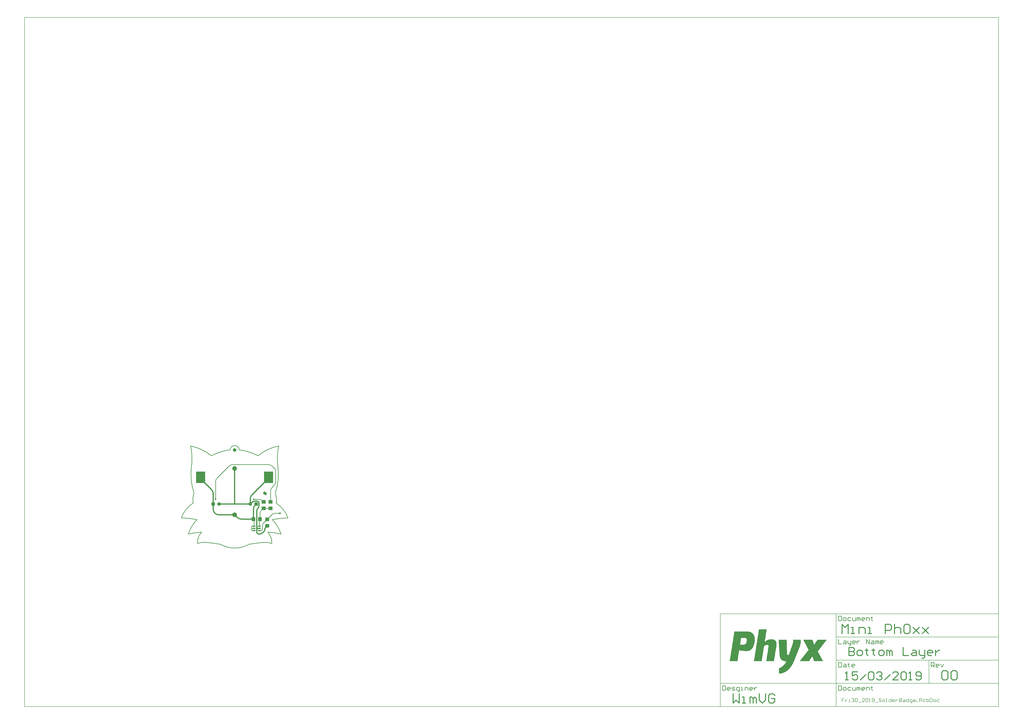
<source format=gbl>
G04*
G04 #@! TF.GenerationSoftware,Altium Limited,Altium Designer,18.1.9 (240)*
G04*
G04 Layer_Physical_Order=2*
G04 Layer_Color=3381759*
%FSLAX25Y25*%
%MOIN*%
G70*
G01*
G75*
%ADD10C,0.00787*%
%ADD16C,0.00984*%
%ADD17C,0.01575*%
%ADD26C,0.01968*%
%ADD28C,0.05906*%
%ADD29C,0.07874*%
G04:AMPARAMS|DCode=30|XSize=60mil|YSize=60mil|CornerRadius=15mil|HoleSize=0mil|Usage=FLASHONLY|Rotation=0.000|XOffset=0mil|YOffset=0mil|HoleType=Round|Shape=RoundedRectangle|*
%AMROUNDEDRECTD30*
21,1,0.06000,0.03000,0,0,0.0*
21,1,0.03000,0.06000,0,0,0.0*
1,1,0.03000,0.01500,-0.01500*
1,1,0.03000,-0.01500,-0.01500*
1,1,0.03000,-0.01500,0.01500*
1,1,0.03000,0.01500,0.01500*
%
%ADD30ROUNDEDRECTD30*%
%ADD31C,0.06000*%
%ADD32C,0.02756*%
%ADD33R,0.07087X0.06299*%
%ADD34R,0.06299X0.07087*%
%ADD35R,0.04528X0.02362*%
%ADD36C,0.03150*%
%ADD37R,0.15748X0.19685*%
G36*
X54331Y94095D02*
Y91880D01*
X53494Y89321D01*
X48130Y92028D01*
X49606Y96457D01*
X54331Y94095D01*
D02*
G37*
G36*
X1005337Y-155808D02*
X1005050D01*
Y-156094D01*
X1004764D01*
Y-156380D01*
Y-156667D01*
X1004478D01*
Y-156953D01*
X1004192D01*
Y-157239D01*
X1003905D01*
Y-157526D01*
Y-157812D01*
X1003619D01*
Y-158098D01*
X1003333D01*
Y-158385D01*
X1003046D01*
Y-158671D01*
X1002760D01*
Y-158957D01*
Y-159244D01*
X1002474D01*
Y-159530D01*
X1002187D01*
Y-159816D01*
X1001901D01*
Y-160102D01*
Y-160389D01*
X1001615D01*
Y-160675D01*
X1001328D01*
Y-160961D01*
X1001042D01*
Y-161248D01*
X1000756D01*
Y-161534D01*
Y-161820D01*
X1000469D01*
Y-162107D01*
X1000183D01*
Y-162393D01*
X999897D01*
Y-162679D01*
Y-162966D01*
X999611D01*
Y-163252D01*
X999324D01*
Y-163538D01*
X999038D01*
Y-163824D01*
Y-164111D01*
X998752D01*
Y-164397D01*
X998465D01*
Y-164683D01*
X998179D01*
Y-164970D01*
X997893D01*
Y-165256D01*
Y-165542D01*
X997606D01*
Y-165829D01*
X997320D01*
Y-166115D01*
X997034D01*
Y-166401D01*
Y-166688D01*
X996747D01*
Y-166974D01*
X996461D01*
Y-167260D01*
X996175D01*
Y-167547D01*
Y-167833D01*
X995889D01*
Y-168119D01*
X995602D01*
Y-168405D01*
X995316D01*
Y-168692D01*
X995030D01*
Y-168978D01*
Y-169264D01*
X994743D01*
Y-169551D01*
X994457D01*
Y-169837D01*
X994171D01*
Y-170123D01*
Y-170410D01*
X993884D01*
Y-170696D01*
X993598D01*
Y-170982D01*
X993312D01*
Y-171269D01*
Y-171555D01*
X993025D01*
Y-171841D01*
X992739D01*
Y-172127D01*
X992453D01*
Y-172414D01*
X992166D01*
Y-172700D01*
Y-172986D01*
X991880D01*
Y-173273D01*
X991594D01*
Y-173559D01*
X991308D01*
Y-173845D01*
Y-174132D01*
X991021D01*
Y-174418D01*
X990735D01*
Y-174704D01*
X990449D01*
Y-174991D01*
X990162D01*
Y-175277D01*
Y-175563D01*
X990449D01*
Y-175850D01*
Y-176136D01*
X990735D01*
Y-176422D01*
Y-176709D01*
X991021D01*
Y-176995D01*
X991308D01*
Y-177281D01*
Y-177568D01*
X991594D01*
Y-177854D01*
Y-178140D01*
X991880D01*
Y-178426D01*
Y-178713D01*
X992166D01*
Y-178999D01*
Y-179285D01*
X992453D01*
Y-179572D01*
Y-179858D01*
X992739D01*
Y-180144D01*
Y-180431D01*
X993025D01*
Y-180717D01*
Y-181003D01*
X993312D01*
Y-181290D01*
Y-181576D01*
X993598D01*
Y-181862D01*
X993884D01*
Y-182149D01*
Y-182435D01*
X994171D01*
Y-182721D01*
Y-183007D01*
X994457D01*
Y-183294D01*
Y-183580D01*
X994743D01*
Y-183866D01*
Y-184153D01*
X995030D01*
Y-184439D01*
Y-184725D01*
X995316D01*
Y-185012D01*
Y-185298D01*
X995602D01*
Y-185584D01*
Y-185871D01*
X995889D01*
Y-186157D01*
X996175D01*
Y-186443D01*
Y-186730D01*
X996461D01*
Y-187016D01*
Y-187302D01*
X996747D01*
Y-187588D01*
Y-187875D01*
X997034D01*
Y-188161D01*
Y-188447D01*
X997320D01*
Y-188734D01*
Y-189020D01*
X997606D01*
Y-189306D01*
Y-189593D01*
X997893D01*
Y-189879D01*
Y-190165D01*
X998179D01*
Y-190452D01*
X998465D01*
Y-190738D01*
Y-191024D01*
X998752D01*
Y-191311D01*
Y-191597D01*
X999038D01*
Y-191883D01*
X983863D01*
Y-191597D01*
X983577D01*
Y-191311D01*
Y-191024D01*
Y-190738D01*
X983291D01*
Y-190452D01*
Y-190165D01*
Y-189879D01*
X983004D01*
Y-189593D01*
Y-189306D01*
X982718D01*
Y-189020D01*
Y-188734D01*
Y-188447D01*
X982432D01*
Y-188161D01*
Y-187875D01*
Y-187588D01*
X982146D01*
Y-187302D01*
Y-187016D01*
X981859D01*
Y-186730D01*
Y-186443D01*
Y-186157D01*
X981573D01*
Y-185871D01*
Y-185584D01*
Y-185298D01*
X981287D01*
Y-185012D01*
Y-184725D01*
Y-184439D01*
X981000D01*
Y-184153D01*
X980428D01*
Y-184439D01*
Y-184725D01*
X980141D01*
Y-185012D01*
X979855D01*
Y-185298D01*
Y-185584D01*
X979569D01*
Y-185871D01*
X979282D01*
Y-186157D01*
Y-186443D01*
X978996D01*
Y-186730D01*
X978710D01*
Y-187016D01*
Y-187302D01*
X978423D01*
Y-187588D01*
X978137D01*
Y-187875D01*
X977851D01*
Y-188161D01*
Y-188447D01*
X977565D01*
Y-188734D01*
X977278D01*
Y-189020D01*
Y-189306D01*
X976992D01*
Y-189593D01*
X976705D01*
Y-189879D01*
Y-190165D01*
X976419D01*
Y-190452D01*
X976133D01*
Y-190738D01*
Y-191024D01*
X975847D01*
Y-191311D01*
X975560D01*
Y-191597D01*
Y-191883D01*
X959527D01*
Y-191597D01*
X959813D01*
Y-191311D01*
X960099D01*
Y-191024D01*
X960386D01*
Y-190738D01*
X960672D01*
Y-190452D01*
Y-190165D01*
X960958D01*
Y-189879D01*
X961245D01*
Y-189593D01*
X961531D01*
Y-189306D01*
X961817D01*
Y-189020D01*
Y-188734D01*
X962104D01*
Y-188447D01*
X962390D01*
Y-188161D01*
X962676D01*
Y-187875D01*
Y-187588D01*
X962963D01*
Y-187302D01*
X963249D01*
Y-187016D01*
X963535D01*
Y-186730D01*
X963822D01*
Y-186443D01*
Y-186157D01*
X964108D01*
Y-185871D01*
X964394D01*
Y-185584D01*
X964680D01*
Y-185298D01*
X964967D01*
Y-185012D01*
Y-184725D01*
X965253D01*
Y-184439D01*
X965539D01*
Y-184153D01*
X965826D01*
Y-183866D01*
Y-183580D01*
X966112D01*
Y-183294D01*
X966398D01*
Y-183007D01*
X966685D01*
Y-182721D01*
X966971D01*
Y-182435D01*
Y-182149D01*
X967257D01*
Y-181862D01*
X967544D01*
Y-181576D01*
X967830D01*
Y-181290D01*
Y-181003D01*
X968116D01*
Y-180717D01*
X968402D01*
Y-180431D01*
X968689D01*
Y-180144D01*
X968975D01*
Y-179858D01*
Y-179572D01*
X969261D01*
Y-179285D01*
X969548D01*
Y-178999D01*
X969834D01*
Y-178713D01*
Y-178426D01*
X970120D01*
Y-178140D01*
X970407D01*
Y-177854D01*
X970693D01*
Y-177568D01*
X970979D01*
Y-177281D01*
Y-176995D01*
X971266D01*
Y-176709D01*
X971552D01*
Y-176422D01*
X971838D01*
Y-176136D01*
X972124D01*
Y-175850D01*
Y-175563D01*
X972411D01*
Y-175277D01*
X972697D01*
Y-174991D01*
X972983D01*
Y-174704D01*
Y-174418D01*
X973270D01*
Y-174132D01*
X973556D01*
Y-173845D01*
X973842D01*
Y-173559D01*
X974129D01*
Y-173273D01*
Y-172986D01*
X974415D01*
Y-172700D01*
Y-172414D01*
Y-172127D01*
X974129D01*
Y-171841D01*
X973842D01*
Y-171555D01*
Y-171269D01*
X973556D01*
Y-170982D01*
Y-170696D01*
X973270D01*
Y-170410D01*
Y-170123D01*
X972983D01*
Y-169837D01*
Y-169551D01*
X972697D01*
Y-169264D01*
Y-168978D01*
X972411D01*
Y-168692D01*
Y-168405D01*
X972124D01*
Y-168119D01*
X971838D01*
Y-167833D01*
Y-167547D01*
X971552D01*
Y-167260D01*
Y-166974D01*
X971266D01*
Y-166688D01*
Y-166401D01*
X970979D01*
Y-166115D01*
Y-165829D01*
X970693D01*
Y-165542D01*
Y-165256D01*
X970407D01*
Y-164970D01*
Y-164683D01*
X970120D01*
Y-164397D01*
X969834D01*
Y-164111D01*
Y-163824D01*
X969548D01*
Y-163538D01*
Y-163252D01*
X969261D01*
Y-162966D01*
Y-162679D01*
X968975D01*
Y-162393D01*
Y-162107D01*
X968689D01*
Y-161820D01*
Y-161534D01*
X968402D01*
Y-161248D01*
Y-160961D01*
X968116D01*
Y-160675D01*
Y-160389D01*
X967830D01*
Y-160102D01*
X967544D01*
Y-159816D01*
Y-159530D01*
X967257D01*
Y-159244D01*
Y-158957D01*
X966971D01*
Y-158671D01*
Y-158385D01*
X966685D01*
Y-158098D01*
Y-157812D01*
X966398D01*
Y-157526D01*
Y-157239D01*
X966112D01*
Y-156953D01*
Y-156667D01*
X965826D01*
Y-156380D01*
X965539D01*
Y-156094D01*
Y-155808D01*
X965253D01*
Y-155521D01*
X981000D01*
Y-155808D01*
X981287D01*
Y-156094D01*
Y-156380D01*
Y-156667D01*
X981573D01*
Y-156953D01*
Y-157239D01*
Y-157526D01*
X981859D01*
Y-157812D01*
Y-158098D01*
Y-158385D01*
X982146D01*
Y-158671D01*
Y-158957D01*
Y-159244D01*
X982432D01*
Y-159530D01*
Y-159816D01*
Y-160102D01*
X982718D01*
Y-160389D01*
Y-160675D01*
Y-160961D01*
X983004D01*
Y-161248D01*
Y-161534D01*
Y-161820D01*
X983291D01*
Y-162107D01*
Y-162393D01*
Y-162679D01*
X983577D01*
Y-162966D01*
Y-163252D01*
Y-163538D01*
Y-163824D01*
X984150D01*
Y-163538D01*
X984436D01*
Y-163252D01*
X984722D01*
Y-162966D01*
Y-162679D01*
X985009D01*
Y-162393D01*
X985295D01*
Y-162107D01*
Y-161820D01*
X985581D01*
Y-161534D01*
X985868D01*
Y-161248D01*
Y-160961D01*
X986154D01*
Y-160675D01*
X986440D01*
Y-160389D01*
Y-160102D01*
X986726D01*
Y-159816D01*
X987013D01*
Y-159530D01*
Y-159244D01*
X987299D01*
Y-158957D01*
X987585D01*
Y-158671D01*
Y-158385D01*
X987872D01*
Y-158098D01*
X988158D01*
Y-157812D01*
Y-157526D01*
X988444D01*
Y-157239D01*
X988731D01*
Y-156953D01*
Y-156667D01*
X989017D01*
Y-156380D01*
X989303D01*
Y-156094D01*
Y-155808D01*
X989590D01*
Y-155521D01*
X1005337D01*
Y-155808D01*
D02*
G37*
G36*
X872201Y-141778D02*
X873919D01*
Y-142065D01*
X874778D01*
Y-142351D01*
X875637D01*
Y-142637D01*
X876496D01*
Y-142924D01*
X877069D01*
Y-143210D01*
X877355D01*
Y-143496D01*
X877928D01*
Y-143783D01*
X878214D01*
Y-144069D01*
X878786D01*
Y-144355D01*
X879073D01*
Y-144641D01*
X879359D01*
Y-144928D01*
X879646D01*
Y-145214D01*
X879932D01*
Y-145501D01*
X880218D01*
Y-145787D01*
X880504D01*
Y-146073D01*
Y-146359D01*
X880791D01*
Y-146646D01*
X881077D01*
Y-146932D01*
Y-147218D01*
X881363D01*
Y-147505D01*
X881650D01*
Y-147791D01*
Y-148077D01*
X881936D01*
Y-148364D01*
Y-148650D01*
Y-148936D01*
X882222D01*
Y-149223D01*
Y-149509D01*
Y-149795D01*
X882509D01*
Y-150082D01*
Y-150368D01*
Y-150654D01*
Y-150940D01*
X882795D01*
Y-151227D01*
Y-151513D01*
Y-151799D01*
Y-152086D01*
Y-152372D01*
X883081D01*
Y-152658D01*
Y-152945D01*
Y-153231D01*
Y-153517D01*
Y-153804D01*
Y-154090D01*
Y-154376D01*
Y-154663D01*
Y-154949D01*
Y-155235D01*
Y-155521D01*
Y-155808D01*
Y-156094D01*
Y-156380D01*
Y-156667D01*
Y-156953D01*
Y-157239D01*
Y-157526D01*
Y-157812D01*
Y-158098D01*
X882795D01*
Y-158385D01*
Y-158671D01*
Y-158957D01*
Y-159244D01*
Y-159530D01*
Y-159816D01*
Y-160102D01*
X882509D01*
Y-160389D01*
Y-160675D01*
Y-160961D01*
Y-161248D01*
Y-161534D01*
X882222D01*
Y-161820D01*
Y-162107D01*
Y-162393D01*
Y-162679D01*
Y-162966D01*
X881936D01*
Y-163252D01*
Y-163538D01*
Y-163824D01*
X881650D01*
Y-164111D01*
Y-164397D01*
Y-164683D01*
Y-164970D01*
X881363D01*
Y-165256D01*
Y-165542D01*
Y-165829D01*
X881077D01*
Y-166115D01*
Y-166401D01*
X880791D01*
Y-166688D01*
Y-166974D01*
Y-167260D01*
X880504D01*
Y-167547D01*
Y-167833D01*
X880218D01*
Y-168119D01*
Y-168405D01*
X879932D01*
Y-168692D01*
Y-168978D01*
X879646D01*
Y-169264D01*
X879359D01*
Y-169551D01*
Y-169837D01*
X879073D01*
Y-170123D01*
X878786D01*
Y-170410D01*
X878500D01*
Y-170696D01*
Y-170982D01*
X878214D01*
Y-171269D01*
X877928D01*
Y-171555D01*
X877641D01*
Y-171841D01*
X877355D01*
Y-172127D01*
X877069D01*
Y-172414D01*
X876496D01*
Y-172700D01*
X876210D01*
Y-172986D01*
X875637D01*
Y-173273D01*
X875351D01*
Y-173559D01*
X874778D01*
Y-173845D01*
X873919D01*
Y-174132D01*
X873060D01*
Y-174418D01*
X872201D01*
Y-174704D01*
X870483D01*
Y-174991D01*
X865330D01*
Y-174704D01*
X862753D01*
Y-174418D01*
X860749D01*
Y-174132D01*
X859317D01*
Y-173845D01*
X857886D01*
Y-173559D01*
X856454D01*
Y-173845D01*
Y-174132D01*
Y-174418D01*
Y-174704D01*
Y-174991D01*
Y-175277D01*
Y-175563D01*
X856168D01*
Y-175850D01*
Y-176136D01*
Y-176422D01*
Y-176709D01*
Y-176995D01*
Y-177281D01*
X855882D01*
Y-177568D01*
Y-177854D01*
Y-178140D01*
Y-178426D01*
Y-178713D01*
Y-178999D01*
X855595D01*
Y-179285D01*
Y-179572D01*
Y-179858D01*
Y-180144D01*
Y-180431D01*
Y-180717D01*
Y-181003D01*
X855309D01*
Y-181290D01*
Y-181576D01*
Y-181862D01*
Y-182149D01*
Y-182435D01*
Y-182721D01*
X855023D01*
Y-183007D01*
Y-183294D01*
Y-183580D01*
Y-183866D01*
Y-184153D01*
Y-184439D01*
X854736D01*
Y-184725D01*
Y-185012D01*
Y-185298D01*
Y-185584D01*
Y-185871D01*
Y-186157D01*
Y-186443D01*
X854450D01*
Y-186730D01*
Y-187016D01*
Y-187302D01*
Y-187588D01*
Y-187875D01*
Y-188161D01*
X854164D01*
Y-188447D01*
Y-188734D01*
Y-189020D01*
Y-189306D01*
Y-189593D01*
Y-189879D01*
X853877D01*
Y-190165D01*
Y-190452D01*
Y-190738D01*
Y-191024D01*
Y-191311D01*
Y-191597D01*
Y-191883D01*
X840421D01*
Y-191597D01*
X840707D01*
Y-191311D01*
Y-191024D01*
Y-190738D01*
Y-190452D01*
Y-190165D01*
X840993D01*
Y-189879D01*
Y-189593D01*
Y-189306D01*
Y-189020D01*
Y-188734D01*
Y-188447D01*
Y-188161D01*
X841280D01*
Y-187875D01*
Y-187588D01*
Y-187302D01*
Y-187016D01*
Y-186730D01*
Y-186443D01*
X841566D01*
Y-186157D01*
Y-185871D01*
Y-185584D01*
Y-185298D01*
Y-185012D01*
Y-184725D01*
X841852D01*
Y-184439D01*
Y-184153D01*
Y-183866D01*
Y-183580D01*
Y-183294D01*
Y-183007D01*
Y-182721D01*
X842138D01*
Y-182435D01*
Y-182149D01*
Y-181862D01*
Y-181576D01*
Y-181290D01*
Y-181003D01*
X842425D01*
Y-180717D01*
Y-180431D01*
Y-180144D01*
Y-179858D01*
Y-179572D01*
Y-179285D01*
X842711D01*
Y-178999D01*
Y-178713D01*
Y-178426D01*
Y-178140D01*
Y-177854D01*
Y-177568D01*
X842997D01*
Y-177281D01*
Y-176995D01*
Y-176709D01*
Y-176422D01*
Y-176136D01*
Y-175850D01*
Y-175563D01*
X843284D01*
Y-175277D01*
Y-174991D01*
Y-174704D01*
Y-174418D01*
Y-174132D01*
Y-173845D01*
X843570D01*
Y-173559D01*
Y-173273D01*
Y-172986D01*
Y-172700D01*
Y-172414D01*
Y-172127D01*
X843856D01*
Y-171841D01*
Y-171555D01*
Y-171269D01*
Y-170982D01*
Y-170696D01*
Y-170410D01*
X844143D01*
Y-170123D01*
Y-169837D01*
Y-169551D01*
Y-169264D01*
Y-168978D01*
Y-168692D01*
Y-168405D01*
X844429D01*
Y-168119D01*
Y-167833D01*
Y-167547D01*
Y-167260D01*
Y-166974D01*
Y-166688D01*
X844715D01*
Y-166401D01*
Y-166115D01*
Y-165829D01*
Y-165542D01*
Y-165256D01*
Y-164970D01*
X845002D01*
Y-164683D01*
Y-164397D01*
Y-164111D01*
Y-163824D01*
Y-163538D01*
Y-163252D01*
Y-162966D01*
X845288D01*
Y-162679D01*
Y-162393D01*
Y-162107D01*
Y-161820D01*
Y-161534D01*
Y-161248D01*
X845574D01*
Y-160961D01*
Y-160675D01*
Y-160389D01*
Y-160102D01*
Y-159816D01*
Y-159530D01*
X845861D01*
Y-159244D01*
Y-158957D01*
Y-158671D01*
Y-158385D01*
Y-158098D01*
Y-157812D01*
X846147D01*
Y-157526D01*
Y-157239D01*
Y-156953D01*
Y-156667D01*
Y-156380D01*
Y-156094D01*
Y-155808D01*
X846433D01*
Y-155521D01*
Y-155235D01*
Y-154949D01*
Y-154663D01*
Y-154376D01*
Y-154090D01*
X846719D01*
Y-153804D01*
Y-153517D01*
Y-153231D01*
Y-152945D01*
Y-152658D01*
Y-152372D01*
X847006D01*
Y-152086D01*
Y-151799D01*
Y-151513D01*
Y-151227D01*
Y-150940D01*
Y-150654D01*
Y-150368D01*
X847292D01*
Y-150082D01*
Y-149795D01*
Y-149509D01*
Y-149223D01*
Y-148936D01*
Y-148650D01*
X847578D01*
Y-148364D01*
Y-148077D01*
Y-147791D01*
Y-147505D01*
Y-147218D01*
Y-146932D01*
X847865D01*
Y-146646D01*
Y-146359D01*
Y-146073D01*
Y-145787D01*
Y-145501D01*
Y-145214D01*
Y-144928D01*
X848151D01*
Y-144641D01*
Y-144355D01*
Y-144069D01*
Y-143783D01*
Y-143496D01*
Y-143210D01*
X848437D01*
Y-142924D01*
Y-142637D01*
Y-142351D01*
Y-142065D01*
Y-141778D01*
Y-141492D01*
X872201D01*
Y-141778D01*
D02*
G37*
G36*
X961245Y-155808D02*
Y-156094D01*
Y-156380D01*
Y-156667D01*
Y-156953D01*
Y-157239D01*
Y-157526D01*
Y-157812D01*
Y-158098D01*
Y-158385D01*
Y-158671D01*
Y-158957D01*
Y-159244D01*
Y-159530D01*
Y-159816D01*
Y-160102D01*
Y-160389D01*
Y-160675D01*
Y-160961D01*
Y-161248D01*
Y-161534D01*
X960958D01*
Y-161820D01*
Y-162107D01*
Y-162393D01*
Y-162679D01*
Y-162966D01*
X960672D01*
Y-163252D01*
Y-163538D01*
Y-163824D01*
Y-164111D01*
X960386D01*
Y-164397D01*
Y-164683D01*
Y-164970D01*
Y-165256D01*
X960099D01*
Y-165542D01*
Y-165829D01*
Y-166115D01*
X959813D01*
Y-166401D01*
Y-166688D01*
Y-166974D01*
X959527D01*
Y-167260D01*
Y-167547D01*
Y-167833D01*
X959241D01*
Y-168119D01*
Y-168405D01*
Y-168692D01*
X958954D01*
Y-168978D01*
Y-169264D01*
X958668D01*
Y-169551D01*
Y-169837D01*
X958381D01*
Y-170123D01*
Y-170410D01*
Y-170696D01*
X958095D01*
Y-170982D01*
Y-171269D01*
X957809D01*
Y-171555D01*
Y-171841D01*
Y-172127D01*
X957523D01*
Y-172414D01*
Y-172700D01*
X957236D01*
Y-172986D01*
Y-173273D01*
Y-173559D01*
X956950D01*
Y-173845D01*
Y-174132D01*
X956664D01*
Y-174418D01*
Y-174704D01*
Y-174991D01*
X956377D01*
Y-175277D01*
Y-175563D01*
X956091D01*
Y-175850D01*
Y-176136D01*
Y-176422D01*
X955805D01*
Y-176709D01*
Y-176995D01*
X955518D01*
Y-177281D01*
Y-177568D01*
Y-177854D01*
X955232D01*
Y-178140D01*
Y-178426D01*
X954946D01*
Y-178713D01*
Y-178999D01*
Y-179285D01*
X954659D01*
Y-179572D01*
Y-179858D01*
X954373D01*
Y-180144D01*
Y-180431D01*
Y-180717D01*
X954087D01*
Y-181003D01*
Y-181290D01*
X953800D01*
Y-181576D01*
Y-181862D01*
Y-182149D01*
X953514D01*
Y-182435D01*
Y-182721D01*
X953228D01*
Y-183007D01*
Y-183294D01*
Y-183580D01*
X952942D01*
Y-183866D01*
Y-184153D01*
X952655D01*
Y-184439D01*
Y-184725D01*
Y-185012D01*
X952369D01*
Y-185298D01*
Y-185584D01*
X952083D01*
Y-185871D01*
Y-186157D01*
Y-186443D01*
X951796D01*
Y-186730D01*
Y-187016D01*
X951510D01*
Y-187302D01*
Y-187588D01*
Y-187875D01*
X951224D01*
Y-188161D01*
Y-188447D01*
X950937D01*
Y-188734D01*
Y-189020D01*
Y-189306D01*
X950651D01*
Y-189593D01*
Y-189879D01*
X950365D01*
Y-190165D01*
Y-190452D01*
Y-190738D01*
X950078D01*
Y-191024D01*
Y-191311D01*
X949792D01*
Y-191597D01*
Y-191883D01*
Y-192169D01*
X949506D01*
Y-192456D01*
Y-192742D01*
X949220D01*
Y-193028D01*
Y-193315D01*
X948933D01*
Y-193601D01*
Y-193887D01*
X948647D01*
Y-194174D01*
Y-194460D01*
Y-194746D01*
X948361D01*
Y-195033D01*
X948074D01*
Y-195319D01*
Y-195605D01*
Y-195891D01*
X947788D01*
Y-196178D01*
X947502D01*
Y-196464D01*
Y-196750D01*
X947215D01*
Y-197037D01*
Y-197323D01*
X946929D01*
Y-197609D01*
Y-197896D01*
X946643D01*
Y-198182D01*
Y-198468D01*
X946356D01*
Y-198755D01*
X946070D01*
Y-199041D01*
Y-199327D01*
X945784D01*
Y-199614D01*
Y-199900D01*
X945497D01*
Y-200186D01*
X945211D01*
Y-200472D01*
X944925D01*
Y-200759D01*
Y-201045D01*
X944639D01*
Y-201331D01*
X944352D01*
Y-201618D01*
Y-201904D01*
X944066D01*
Y-202190D01*
X943780D01*
Y-202477D01*
X943493D01*
Y-202763D01*
Y-203049D01*
X943207D01*
Y-203336D01*
X942921D01*
Y-203622D01*
X942634D01*
Y-203908D01*
X942348D01*
Y-204195D01*
X942062D01*
Y-204481D01*
Y-204767D01*
X941775D01*
Y-205053D01*
X941489D01*
Y-205340D01*
X941203D01*
Y-205626D01*
X940916D01*
Y-205912D01*
X940630D01*
Y-206199D01*
X940344D01*
Y-206485D01*
X940057D01*
Y-206771D01*
X939485D01*
Y-207058D01*
X939199D01*
Y-207344D01*
X938912D01*
Y-207630D01*
X938626D01*
Y-207917D01*
X938340D01*
Y-208203D01*
X937767D01*
Y-208489D01*
X937481D01*
Y-208776D01*
X936908D01*
Y-209062D01*
X936622D01*
Y-209348D01*
X936049D01*
Y-209634D01*
X935763D01*
Y-209921D01*
X935190D01*
Y-210207D01*
X934618D01*
Y-210493D01*
X934045D01*
Y-210780D01*
X933472D01*
Y-211066D01*
X932900D01*
Y-211352D01*
X932041D01*
Y-211639D01*
X931468D01*
Y-211925D01*
X930609D01*
Y-212211D01*
X929464D01*
Y-212498D01*
X928319D01*
Y-212784D01*
X926601D01*
Y-213070D01*
X924597D01*
Y-213357D01*
X924310D01*
Y-213070D01*
Y-212784D01*
Y-212498D01*
Y-212211D01*
Y-211925D01*
Y-211639D01*
Y-211352D01*
Y-211066D01*
Y-210780D01*
Y-210493D01*
Y-210207D01*
Y-209921D01*
Y-209634D01*
Y-209348D01*
Y-209062D01*
Y-208776D01*
Y-208489D01*
Y-208203D01*
Y-207917D01*
Y-207630D01*
Y-207344D01*
Y-207058D01*
Y-206771D01*
Y-206485D01*
Y-206199D01*
Y-205912D01*
Y-205626D01*
Y-205340D01*
Y-205053D01*
Y-204767D01*
Y-204481D01*
Y-204195D01*
Y-203908D01*
X924883D01*
Y-203622D01*
X925455D01*
Y-203336D01*
X926028D01*
Y-203049D01*
X926601D01*
Y-202763D01*
X927173D01*
Y-202477D01*
X927746D01*
Y-202190D01*
X928032D01*
Y-201904D01*
X928605D01*
Y-201618D01*
X928891D01*
Y-201331D01*
X929464D01*
Y-201045D01*
X929750D01*
Y-200759D01*
X930037D01*
Y-200472D01*
X930609D01*
Y-200186D01*
X930896D01*
Y-199900D01*
X931182D01*
Y-199614D01*
X931468D01*
Y-199327D01*
X931754D01*
Y-199041D01*
X932041D01*
Y-198755D01*
X932327D01*
Y-198468D01*
X932613D01*
Y-198182D01*
X932900D01*
Y-197896D01*
X933186D01*
Y-197609D01*
X933472D01*
Y-197323D01*
X933759D01*
Y-197037D01*
Y-196750D01*
X934045D01*
Y-196464D01*
X934331D01*
Y-196178D01*
X934618D01*
Y-195891D01*
Y-195605D01*
X934904D01*
Y-195319D01*
X935190D01*
Y-195033D01*
Y-194746D01*
X935476D01*
Y-194460D01*
Y-194174D01*
X935763D01*
Y-193887D01*
X936049D01*
Y-193601D01*
Y-193315D01*
X936335D01*
Y-193028D01*
Y-192742D01*
X936622D01*
Y-192456D01*
Y-192169D01*
X934904D01*
Y-191883D01*
X932900D01*
Y-191597D01*
X931754D01*
Y-191311D01*
X931182D01*
Y-191024D01*
X930323D01*
Y-190738D01*
X929750D01*
Y-190452D01*
X929464D01*
Y-190165D01*
X928891D01*
Y-189879D01*
X928605D01*
Y-189593D01*
X928319D01*
Y-189306D01*
X928032D01*
Y-189020D01*
X927746D01*
Y-188734D01*
X927460D01*
Y-188447D01*
Y-188161D01*
X927173D01*
Y-187875D01*
X926887D01*
Y-187588D01*
Y-187302D01*
X926601D01*
Y-187016D01*
Y-186730D01*
X926315D01*
Y-186443D01*
Y-186157D01*
X926028D01*
Y-185871D01*
Y-185584D01*
Y-185298D01*
X925742D01*
Y-185012D01*
Y-184725D01*
Y-184439D01*
Y-184153D01*
X925455D01*
Y-183866D01*
Y-183580D01*
Y-183294D01*
Y-183007D01*
Y-182721D01*
Y-182435D01*
Y-182149D01*
X925169D01*
Y-181862D01*
Y-181576D01*
Y-181290D01*
Y-181003D01*
Y-180717D01*
Y-180431D01*
Y-180144D01*
Y-179858D01*
Y-179572D01*
Y-179285D01*
Y-178999D01*
Y-178713D01*
Y-178426D01*
Y-178140D01*
Y-177854D01*
X924883D01*
Y-177568D01*
Y-177281D01*
Y-176995D01*
Y-176709D01*
Y-176422D01*
Y-176136D01*
Y-175850D01*
Y-175563D01*
Y-175277D01*
Y-174991D01*
Y-174704D01*
Y-174418D01*
Y-174132D01*
Y-173845D01*
Y-173559D01*
X924597D01*
Y-173273D01*
Y-172986D01*
Y-172700D01*
Y-172414D01*
Y-172127D01*
Y-171841D01*
Y-171555D01*
Y-171269D01*
Y-170982D01*
Y-170696D01*
Y-170410D01*
Y-170123D01*
Y-169837D01*
Y-169551D01*
Y-169264D01*
Y-168978D01*
X924310D01*
Y-168692D01*
Y-168405D01*
Y-168119D01*
Y-167833D01*
Y-167547D01*
Y-167260D01*
Y-166974D01*
Y-166688D01*
Y-166401D01*
Y-166115D01*
Y-165829D01*
Y-165542D01*
Y-165256D01*
Y-164970D01*
Y-164683D01*
Y-164397D01*
X924024D01*
Y-164111D01*
Y-163824D01*
Y-163538D01*
Y-163252D01*
Y-162966D01*
Y-162679D01*
Y-162393D01*
Y-162107D01*
Y-161820D01*
Y-161534D01*
Y-161248D01*
Y-160961D01*
Y-160675D01*
Y-160389D01*
X923738D01*
Y-160102D01*
Y-159816D01*
Y-159530D01*
Y-159244D01*
Y-158957D01*
Y-158671D01*
Y-158385D01*
Y-158098D01*
Y-157812D01*
Y-157526D01*
Y-157239D01*
Y-156953D01*
Y-156667D01*
Y-156380D01*
Y-156094D01*
Y-155808D01*
X923451D01*
Y-155521D01*
X937194D01*
Y-155808D01*
Y-156094D01*
Y-156380D01*
Y-156667D01*
Y-156953D01*
Y-157239D01*
Y-157526D01*
Y-157812D01*
Y-158098D01*
Y-158385D01*
Y-158671D01*
Y-158957D01*
Y-159244D01*
Y-159530D01*
X937481D01*
Y-159816D01*
Y-160102D01*
Y-160389D01*
Y-160675D01*
Y-160961D01*
Y-161248D01*
Y-161534D01*
Y-161820D01*
Y-162107D01*
Y-162393D01*
Y-162679D01*
Y-162966D01*
Y-163252D01*
Y-163538D01*
Y-163824D01*
Y-164111D01*
Y-164397D01*
Y-164683D01*
Y-164970D01*
Y-165256D01*
Y-165542D01*
Y-165829D01*
Y-166115D01*
Y-166401D01*
Y-166688D01*
Y-166974D01*
Y-167260D01*
Y-167547D01*
Y-167833D01*
Y-168119D01*
Y-168405D01*
Y-168692D01*
Y-168978D01*
Y-169264D01*
Y-169551D01*
Y-169837D01*
Y-170123D01*
Y-170410D01*
Y-170696D01*
Y-170982D01*
Y-171269D01*
X937767D01*
Y-171555D01*
X937481D01*
Y-171841D01*
Y-172127D01*
X937767D01*
Y-172414D01*
Y-172700D01*
Y-172986D01*
Y-173273D01*
Y-173559D01*
Y-173845D01*
Y-174132D01*
Y-174418D01*
Y-174704D01*
Y-174991D01*
Y-175277D01*
Y-175563D01*
Y-175850D01*
Y-176136D01*
Y-176422D01*
Y-176709D01*
Y-176995D01*
Y-177281D01*
Y-177568D01*
Y-177854D01*
Y-178140D01*
Y-178426D01*
Y-178713D01*
Y-178999D01*
Y-179285D01*
Y-179572D01*
X938053D01*
Y-179858D01*
Y-180144D01*
Y-180431D01*
X938340D01*
Y-180717D01*
X938626D01*
Y-181003D01*
X938912D01*
Y-181290D01*
X939771D01*
Y-181576D01*
X940630D01*
Y-181290D01*
X940916D01*
Y-181003D01*
Y-180717D01*
Y-180431D01*
X941203D01*
Y-180144D01*
Y-179858D01*
X941489D01*
Y-179572D01*
Y-179285D01*
Y-178999D01*
X941775D01*
Y-178713D01*
Y-178426D01*
Y-178140D01*
X942062D01*
Y-177854D01*
Y-177568D01*
Y-177281D01*
X942348D01*
Y-176995D01*
Y-176709D01*
Y-176422D01*
X942634D01*
Y-176136D01*
Y-175850D01*
X942921D01*
Y-175563D01*
Y-175277D01*
Y-174991D01*
X943207D01*
Y-174704D01*
Y-174418D01*
Y-174132D01*
X943493D01*
Y-173845D01*
Y-173559D01*
Y-173273D01*
X943780D01*
Y-172986D01*
Y-172700D01*
X944066D01*
Y-172414D01*
Y-172127D01*
Y-171841D01*
X944352D01*
Y-171555D01*
Y-171269D01*
Y-170982D01*
X944639D01*
Y-170696D01*
Y-170410D01*
Y-170123D01*
X944925D01*
Y-169837D01*
Y-169551D01*
X945211D01*
Y-169264D01*
Y-168978D01*
Y-168692D01*
X945497D01*
Y-168405D01*
Y-168119D01*
Y-167833D01*
X945784D01*
Y-167547D01*
Y-167260D01*
Y-166974D01*
X946070D01*
Y-166688D01*
Y-166401D01*
X946356D01*
Y-166115D01*
Y-165829D01*
Y-165542D01*
X946643D01*
Y-165256D01*
Y-164970D01*
Y-164683D01*
X946929D01*
Y-164397D01*
Y-164111D01*
Y-163824D01*
X947215D01*
Y-163538D01*
Y-163252D01*
Y-162966D01*
Y-162679D01*
X947502D01*
Y-162393D01*
Y-162107D01*
Y-161820D01*
Y-161534D01*
X947788D01*
Y-161248D01*
Y-160961D01*
Y-160675D01*
Y-160389D01*
Y-160102D01*
X948074D01*
Y-159816D01*
Y-159530D01*
Y-159244D01*
Y-158957D01*
Y-158671D01*
Y-158385D01*
X948361D01*
Y-158098D01*
Y-157812D01*
Y-157526D01*
Y-157239D01*
Y-156953D01*
Y-156667D01*
Y-156380D01*
Y-156094D01*
Y-155808D01*
Y-155521D01*
X961245D01*
Y-155808D01*
D02*
G37*
G36*
X903409Y-138343D02*
Y-138629D01*
X903123D01*
Y-138915D01*
Y-139202D01*
Y-139488D01*
Y-139774D01*
Y-140060D01*
Y-140347D01*
X902837D01*
Y-140633D01*
Y-140919D01*
Y-141206D01*
Y-141492D01*
Y-141778D01*
Y-142065D01*
X902551D01*
Y-142351D01*
Y-142637D01*
Y-142924D01*
Y-143210D01*
Y-143496D01*
Y-143783D01*
Y-144069D01*
X902264D01*
Y-144355D01*
Y-144641D01*
Y-144928D01*
Y-145214D01*
Y-145501D01*
Y-145787D01*
X901978D01*
Y-146073D01*
Y-146359D01*
Y-146646D01*
Y-146932D01*
Y-147218D01*
Y-147505D01*
X901692D01*
Y-147791D01*
Y-148077D01*
Y-148364D01*
Y-148650D01*
Y-148936D01*
Y-149223D01*
Y-149509D01*
X901405D01*
Y-149795D01*
Y-150082D01*
Y-150368D01*
Y-150654D01*
Y-150940D01*
Y-151227D01*
X901119D01*
Y-151513D01*
Y-151799D01*
Y-152086D01*
Y-152372D01*
Y-152658D01*
Y-152945D01*
X900833D01*
Y-153231D01*
Y-153517D01*
Y-153804D01*
Y-154090D01*
Y-154376D01*
Y-154663D01*
X900546D01*
Y-154949D01*
Y-155235D01*
Y-155521D01*
Y-155808D01*
Y-156094D01*
Y-156380D01*
Y-156667D01*
X900260D01*
Y-156953D01*
Y-157239D01*
Y-157526D01*
Y-157812D01*
Y-158098D01*
Y-158385D01*
X899974D01*
Y-158671D01*
Y-158957D01*
X900546D01*
Y-158671D01*
X900833D01*
Y-158385D01*
X901119D01*
Y-158098D01*
X901692D01*
Y-157812D01*
X901978D01*
Y-157526D01*
X902264D01*
Y-157239D01*
X902837D01*
Y-156953D01*
X903409D01*
Y-156667D01*
X903696D01*
Y-156380D01*
X904268D01*
Y-156094D01*
X905127D01*
Y-155808D01*
X905700D01*
Y-155521D01*
X906559D01*
Y-155235D01*
X907990D01*
Y-154949D01*
X914289D01*
Y-155235D01*
X915435D01*
Y-155521D01*
X916294D01*
Y-155808D01*
X916866D01*
Y-156094D01*
X917153D01*
Y-156380D01*
X917725D01*
Y-156667D01*
X918011D01*
Y-156953D01*
X918298D01*
Y-157239D01*
X918584D01*
Y-157526D01*
X918870D01*
Y-157812D01*
Y-158098D01*
X919157D01*
Y-158385D01*
Y-158671D01*
X919443D01*
Y-158957D01*
Y-159244D01*
Y-159530D01*
X919729D01*
Y-159816D01*
Y-160102D01*
Y-160389D01*
Y-160675D01*
X920016D01*
Y-160961D01*
Y-161248D01*
Y-161534D01*
Y-161820D01*
Y-162107D01*
Y-162393D01*
Y-162679D01*
Y-162966D01*
Y-163252D01*
Y-163538D01*
Y-163824D01*
Y-164111D01*
Y-164397D01*
Y-164683D01*
Y-164970D01*
Y-165256D01*
Y-165542D01*
Y-165829D01*
X919729D01*
Y-166115D01*
Y-166401D01*
Y-166688D01*
Y-166974D01*
Y-167260D01*
Y-167547D01*
Y-167833D01*
X919443D01*
Y-168119D01*
Y-168405D01*
Y-168692D01*
Y-168978D01*
Y-169264D01*
Y-169551D01*
Y-169837D01*
X919157D01*
Y-170123D01*
Y-170410D01*
Y-170696D01*
Y-170982D01*
Y-171269D01*
Y-171555D01*
X918870D01*
Y-171841D01*
Y-172127D01*
Y-172414D01*
Y-172700D01*
Y-172986D01*
Y-173273D01*
X918584D01*
Y-173559D01*
Y-173845D01*
Y-174132D01*
Y-174418D01*
Y-174704D01*
Y-174991D01*
X918298D01*
Y-175277D01*
Y-175563D01*
Y-175850D01*
Y-176136D01*
Y-176422D01*
Y-176709D01*
Y-176995D01*
X918011D01*
Y-177281D01*
Y-177568D01*
Y-177854D01*
Y-178140D01*
Y-178426D01*
Y-178713D01*
X917725D01*
Y-178999D01*
Y-179285D01*
Y-179572D01*
Y-179858D01*
Y-180144D01*
Y-180431D01*
X917439D01*
Y-180717D01*
Y-181003D01*
Y-181290D01*
Y-181576D01*
Y-181862D01*
Y-182149D01*
Y-182435D01*
X917153D01*
Y-182721D01*
Y-183007D01*
Y-183294D01*
Y-183580D01*
Y-183866D01*
Y-184153D01*
X916866D01*
Y-184439D01*
Y-184725D01*
Y-185012D01*
Y-185298D01*
Y-185584D01*
Y-185871D01*
X916580D01*
Y-186157D01*
Y-186443D01*
Y-186730D01*
Y-187016D01*
Y-187302D01*
Y-187588D01*
X916294D01*
Y-187875D01*
Y-188161D01*
Y-188447D01*
Y-188734D01*
Y-189020D01*
Y-189306D01*
Y-189593D01*
X916007D01*
Y-189879D01*
Y-190165D01*
Y-190452D01*
Y-190738D01*
Y-191024D01*
Y-191311D01*
X915721D01*
Y-191597D01*
Y-191883D01*
X902551D01*
Y-191597D01*
Y-191311D01*
X902837D01*
Y-191024D01*
Y-190738D01*
Y-190452D01*
Y-190165D01*
Y-189879D01*
Y-189593D01*
X903123D01*
Y-189306D01*
Y-189020D01*
Y-188734D01*
Y-188447D01*
Y-188161D01*
Y-187875D01*
Y-187588D01*
X903409D01*
Y-187302D01*
Y-187016D01*
Y-186730D01*
Y-186443D01*
Y-186157D01*
Y-185871D01*
X903696D01*
Y-185584D01*
Y-185298D01*
Y-185012D01*
Y-184725D01*
Y-184439D01*
Y-184153D01*
X903982D01*
Y-183866D01*
Y-183580D01*
Y-183294D01*
Y-183007D01*
Y-182721D01*
Y-182435D01*
Y-182149D01*
X904268D01*
Y-181862D01*
Y-181576D01*
Y-181290D01*
Y-181003D01*
Y-180717D01*
Y-180431D01*
X904555D01*
Y-180144D01*
Y-179858D01*
Y-179572D01*
Y-179285D01*
Y-178999D01*
Y-178713D01*
Y-178426D01*
X904841D01*
Y-178140D01*
Y-177854D01*
Y-177568D01*
Y-177281D01*
Y-176995D01*
Y-176709D01*
X905127D01*
Y-176422D01*
Y-176136D01*
Y-175850D01*
Y-175563D01*
Y-175277D01*
Y-174991D01*
X905414D01*
Y-174704D01*
Y-174418D01*
Y-174132D01*
Y-173845D01*
Y-173559D01*
Y-173273D01*
X905700D01*
Y-172986D01*
Y-172700D01*
Y-172414D01*
Y-172127D01*
Y-171841D01*
Y-171555D01*
Y-171269D01*
X905986D01*
Y-170982D01*
Y-170696D01*
Y-170410D01*
Y-170123D01*
Y-169837D01*
Y-169551D01*
X906273D01*
Y-169264D01*
Y-168978D01*
Y-168692D01*
Y-168405D01*
Y-168119D01*
Y-167833D01*
Y-167547D01*
X906559D01*
Y-167260D01*
Y-166974D01*
Y-166688D01*
Y-166401D01*
Y-166115D01*
Y-165829D01*
X906273D01*
Y-165542D01*
Y-165256D01*
X905986D01*
Y-164970D01*
X905700D01*
Y-164683D01*
X905127D01*
Y-164397D01*
X903409D01*
Y-164683D01*
X901978D01*
Y-164970D01*
X901119D01*
Y-165256D01*
X900546D01*
Y-165542D01*
X900260D01*
Y-165829D01*
X899687D01*
Y-166115D01*
X899401D01*
Y-166401D01*
X899115D01*
Y-166688D01*
Y-166974D01*
X898828D01*
Y-167260D01*
Y-167547D01*
Y-167833D01*
X898542D01*
Y-168119D01*
Y-168405D01*
Y-168692D01*
Y-168978D01*
Y-169264D01*
Y-169551D01*
X898256D01*
Y-169837D01*
Y-170123D01*
Y-170410D01*
Y-170696D01*
Y-170982D01*
Y-171269D01*
Y-171555D01*
X897970D01*
Y-171841D01*
Y-172127D01*
Y-172414D01*
Y-172700D01*
Y-172986D01*
Y-173273D01*
X897683D01*
Y-173559D01*
Y-173845D01*
Y-174132D01*
Y-174418D01*
Y-174704D01*
Y-174991D01*
X897397D01*
Y-175277D01*
Y-175563D01*
Y-175850D01*
Y-176136D01*
Y-176422D01*
Y-176709D01*
X897111D01*
Y-176995D01*
Y-177281D01*
Y-177568D01*
Y-177854D01*
Y-178140D01*
Y-178426D01*
Y-178713D01*
X896824D01*
Y-178999D01*
Y-179285D01*
Y-179572D01*
Y-179858D01*
Y-180144D01*
Y-180431D01*
X896538D01*
Y-180717D01*
Y-181003D01*
Y-181290D01*
Y-181576D01*
Y-181862D01*
Y-182149D01*
X896252D01*
Y-182435D01*
Y-182721D01*
Y-183007D01*
Y-183294D01*
Y-183580D01*
Y-183866D01*
Y-184153D01*
X895965D01*
Y-184439D01*
Y-184725D01*
Y-185012D01*
Y-185298D01*
Y-185584D01*
Y-185871D01*
X895679D01*
Y-186157D01*
Y-186443D01*
Y-186730D01*
Y-187016D01*
Y-187302D01*
Y-187588D01*
X895393D01*
Y-187875D01*
Y-188161D01*
Y-188447D01*
Y-188734D01*
Y-189020D01*
Y-189306D01*
X895106D01*
Y-189593D01*
Y-189879D01*
Y-190165D01*
Y-190452D01*
Y-190738D01*
Y-191024D01*
Y-191311D01*
X894820D01*
Y-191597D01*
Y-191883D01*
X881650D01*
Y-191597D01*
Y-191311D01*
X881936D01*
Y-191024D01*
Y-190738D01*
Y-190452D01*
Y-190165D01*
Y-189879D01*
Y-189593D01*
Y-189306D01*
X882222D01*
Y-189020D01*
Y-188734D01*
Y-188447D01*
Y-188161D01*
Y-187875D01*
Y-187588D01*
X882509D01*
Y-187302D01*
Y-187016D01*
Y-186730D01*
Y-186443D01*
Y-186157D01*
Y-185871D01*
X882795D01*
Y-185584D01*
Y-185298D01*
Y-185012D01*
Y-184725D01*
Y-184439D01*
Y-184153D01*
Y-183866D01*
X883081D01*
Y-183580D01*
Y-183294D01*
Y-183007D01*
Y-182721D01*
Y-182435D01*
Y-182149D01*
X883368D01*
Y-181862D01*
Y-181576D01*
Y-181290D01*
Y-181003D01*
Y-180717D01*
Y-180431D01*
X883654D01*
Y-180144D01*
Y-179858D01*
Y-179572D01*
Y-179285D01*
Y-178999D01*
Y-178713D01*
X883940D01*
Y-178426D01*
Y-178140D01*
Y-177854D01*
Y-177568D01*
Y-177281D01*
Y-176995D01*
Y-176709D01*
X884227D01*
Y-176422D01*
Y-176136D01*
Y-175850D01*
Y-175563D01*
Y-175277D01*
Y-174991D01*
X884513D01*
Y-174704D01*
Y-174418D01*
Y-174132D01*
Y-173845D01*
Y-173559D01*
Y-173273D01*
X884799D01*
Y-172986D01*
Y-172700D01*
Y-172414D01*
Y-172127D01*
Y-171841D01*
Y-171555D01*
Y-171269D01*
X885085D01*
Y-170982D01*
Y-170696D01*
Y-170410D01*
Y-170123D01*
Y-169837D01*
Y-169551D01*
X885372D01*
Y-169264D01*
Y-168978D01*
Y-168692D01*
Y-168405D01*
Y-168119D01*
Y-167833D01*
X885658D01*
Y-167547D01*
Y-167260D01*
Y-166974D01*
Y-166688D01*
Y-166401D01*
Y-166115D01*
X885944D01*
Y-165829D01*
Y-165542D01*
Y-165256D01*
Y-164970D01*
Y-164683D01*
Y-164397D01*
Y-164111D01*
X886231D01*
Y-163824D01*
Y-163538D01*
Y-163252D01*
Y-162966D01*
Y-162679D01*
Y-162393D01*
X886517D01*
Y-162107D01*
Y-161820D01*
Y-161534D01*
Y-161248D01*
Y-160961D01*
Y-160675D01*
X886803D01*
Y-160389D01*
Y-160102D01*
Y-159816D01*
Y-159530D01*
Y-159244D01*
Y-158957D01*
X887090D01*
Y-158671D01*
Y-158385D01*
Y-158098D01*
Y-157812D01*
Y-157526D01*
Y-157239D01*
Y-156953D01*
X887376D01*
Y-156667D01*
Y-156380D01*
Y-156094D01*
Y-155808D01*
Y-155521D01*
Y-155235D01*
X887662D01*
Y-154949D01*
Y-154663D01*
Y-154376D01*
Y-154090D01*
Y-153804D01*
Y-153517D01*
X887949D01*
Y-153231D01*
Y-152945D01*
Y-152658D01*
Y-152372D01*
Y-152086D01*
Y-151799D01*
Y-151513D01*
X888235D01*
Y-151227D01*
Y-150940D01*
Y-150654D01*
Y-150368D01*
Y-150082D01*
Y-149795D01*
X888521D01*
Y-149509D01*
Y-149223D01*
Y-148936D01*
Y-148650D01*
Y-148364D01*
Y-148077D01*
X888807D01*
Y-147791D01*
Y-147505D01*
Y-147218D01*
Y-146932D01*
Y-146646D01*
Y-146359D01*
X889094D01*
Y-146073D01*
Y-145787D01*
Y-145501D01*
Y-145214D01*
Y-144928D01*
Y-144641D01*
Y-144355D01*
X889380D01*
Y-144069D01*
Y-143783D01*
Y-143496D01*
Y-143210D01*
Y-142924D01*
Y-142637D01*
X889666D01*
Y-142351D01*
Y-142065D01*
Y-141778D01*
Y-141492D01*
Y-141206D01*
Y-140919D01*
X889953D01*
Y-140633D01*
Y-140347D01*
Y-140060D01*
Y-139774D01*
Y-139488D01*
Y-139202D01*
Y-138915D01*
X890239D01*
Y-138629D01*
Y-138343D01*
Y-138056D01*
X903409D01*
Y-138343D01*
D02*
G37*
%LPC*%
G36*
X867907Y-152658D02*
X859890D01*
Y-152945D01*
Y-153231D01*
Y-153517D01*
Y-153804D01*
Y-154090D01*
X859604D01*
Y-154376D01*
Y-154663D01*
Y-154949D01*
Y-155235D01*
Y-155521D01*
Y-155808D01*
X859317D01*
Y-156094D01*
Y-156380D01*
Y-156667D01*
Y-156953D01*
Y-157239D01*
Y-157526D01*
X859031D01*
Y-157812D01*
Y-158098D01*
Y-158385D01*
Y-158671D01*
Y-158957D01*
Y-159244D01*
X858745D01*
Y-159530D01*
Y-159816D01*
Y-160102D01*
Y-160389D01*
Y-160675D01*
Y-160961D01*
Y-161248D01*
X858458D01*
Y-161534D01*
Y-161820D01*
Y-162107D01*
Y-162393D01*
Y-162679D01*
Y-162966D01*
X858172D01*
Y-163252D01*
Y-163538D01*
Y-163824D01*
X865330D01*
Y-163538D01*
X866475D01*
Y-163252D01*
X867048D01*
Y-162966D01*
X867334D01*
Y-162679D01*
X867620D01*
Y-162393D01*
X867907D01*
Y-162107D01*
X868193D01*
Y-161820D01*
Y-161534D01*
X868479D01*
Y-161248D01*
Y-160961D01*
X868766D01*
Y-160675D01*
Y-160389D01*
X869052D01*
Y-160102D01*
Y-159816D01*
Y-159530D01*
Y-159244D01*
X869338D01*
Y-158957D01*
Y-158671D01*
Y-158385D01*
Y-158098D01*
Y-157812D01*
X869625D01*
Y-157526D01*
Y-157239D01*
Y-156953D01*
Y-156667D01*
Y-156380D01*
Y-156094D01*
Y-155808D01*
Y-155521D01*
Y-155235D01*
Y-154949D01*
Y-154663D01*
X869338D01*
Y-154376D01*
Y-154090D01*
X869052D01*
Y-153804D01*
Y-153517D01*
X868766D01*
Y-153231D01*
X868479D01*
Y-152945D01*
X867907D01*
Y-152658D01*
D02*
G37*
%LPD*%
D10*
X-77Y174086D02*
X105D01*
X1178748Y-229571D02*
Y-190201D01*
X1021267Y-150831D02*
X1296858D01*
X1021267Y-190201D02*
X1296858D01*
X824417Y-229571D02*
X1296858D01*
X824417Y-111461D02*
X1296858D01*
X824417Y-268941D02*
Y-111461D01*
X1021267Y-268941D02*
Y-111461D01*
X-356685Y900350D02*
X1296858D01*
Y-268941D02*
Y900350D01*
X-356685Y-268941D02*
Y900350D01*
Y-268941D02*
X1296858D01*
X1035046Y-255164D02*
X1031110D01*
Y-258115D01*
X1033078D01*
X1031110D01*
Y-261067D01*
X1037014Y-257131D02*
Y-261067D01*
Y-259099D01*
X1037998Y-258115D01*
X1038981Y-257131D01*
X1039965D01*
X1042917Y-261067D02*
X1044885D01*
X1043901D01*
Y-257131D01*
X1042917D01*
X1047837Y-256147D02*
X1048821Y-255164D01*
X1050789D01*
X1051772Y-256147D01*
Y-257131D01*
X1050789Y-258115D01*
X1049805D01*
X1050789D01*
X1051772Y-259099D01*
Y-260083D01*
X1050789Y-261067D01*
X1048821D01*
X1047837Y-260083D01*
X1053740Y-255164D02*
Y-261067D01*
X1056692D01*
X1057676Y-260083D01*
Y-256147D01*
X1056692Y-255164D01*
X1053740D01*
X1059644Y-262051D02*
X1063580D01*
X1069483Y-261067D02*
X1065548D01*
X1069483Y-257131D01*
Y-256147D01*
X1068499Y-255164D01*
X1066531D01*
X1065548Y-256147D01*
X1071451D02*
X1072435Y-255164D01*
X1074403D01*
X1075387Y-256147D01*
Y-260083D01*
X1074403Y-261067D01*
X1072435D01*
X1071451Y-260083D01*
Y-256147D01*
X1077355Y-261067D02*
X1079323D01*
X1078339D01*
Y-255164D01*
X1077355Y-256147D01*
X1082275Y-260083D02*
X1083258Y-261067D01*
X1085226D01*
X1086210Y-260083D01*
Y-256147D01*
X1085226Y-255164D01*
X1083258D01*
X1082275Y-256147D01*
Y-257131D01*
X1083258Y-258115D01*
X1086210D01*
X1088178Y-262051D02*
X1092114D01*
X1098017Y-256147D02*
X1097034Y-255164D01*
X1095066D01*
X1094082Y-256147D01*
Y-257131D01*
X1095066Y-258115D01*
X1097034D01*
X1098017Y-259099D01*
Y-260083D01*
X1097034Y-261067D01*
X1095066D01*
X1094082Y-260083D01*
X1100969Y-261067D02*
X1102937D01*
X1103921Y-260083D01*
Y-258115D01*
X1102937Y-257131D01*
X1100969D01*
X1099985Y-258115D01*
Y-260083D01*
X1100969Y-261067D01*
X1105889D02*
X1107857D01*
X1106873D01*
Y-255164D01*
X1105889D01*
X1114744D02*
Y-261067D01*
X1111792D01*
X1110808Y-260083D01*
Y-258115D01*
X1111792Y-257131D01*
X1114744D01*
X1119664Y-261067D02*
X1117696D01*
X1116712Y-260083D01*
Y-258115D01*
X1117696Y-257131D01*
X1119664D01*
X1120648Y-258115D01*
Y-259099D01*
X1116712D01*
X1122616Y-257131D02*
Y-261067D01*
Y-259099D01*
X1123600Y-258115D01*
X1124584Y-257131D01*
X1125568D01*
X1128519Y-255164D02*
Y-261067D01*
X1131471D01*
X1132455Y-260083D01*
Y-259099D01*
X1131471Y-258115D01*
X1128519D01*
X1131471D01*
X1132455Y-257131D01*
Y-256147D01*
X1131471Y-255164D01*
X1128519D01*
X1135407Y-257131D02*
X1137375D01*
X1138359Y-258115D01*
Y-261067D01*
X1135407D01*
X1134423Y-260083D01*
X1135407Y-259099D01*
X1138359D01*
X1144262Y-255164D02*
Y-261067D01*
X1141311D01*
X1140326Y-260083D01*
Y-258115D01*
X1141311Y-257131D01*
X1144262D01*
X1148198Y-263035D02*
X1149182D01*
X1150166Y-262051D01*
Y-257131D01*
X1147214D01*
X1146230Y-258115D01*
Y-260083D01*
X1147214Y-261067D01*
X1150166D01*
X1155085D02*
X1153118D01*
X1152134Y-260083D01*
Y-258115D01*
X1153118Y-257131D01*
X1155085D01*
X1156069Y-258115D01*
Y-259099D01*
X1152134D01*
X1158037Y-261067D02*
Y-260083D01*
X1159021D01*
Y-261067D01*
X1158037D01*
X1162957D02*
Y-255164D01*
X1165909D01*
X1166893Y-256147D01*
Y-258115D01*
X1165909Y-259099D01*
X1162957D01*
X1172796Y-257131D02*
X1169845D01*
X1168861Y-258115D01*
Y-260083D01*
X1169845Y-261067D01*
X1172796D01*
X1174764Y-255164D02*
Y-261067D01*
X1177716D01*
X1178700Y-260083D01*
Y-259099D01*
Y-258115D01*
X1177716Y-257131D01*
X1174764D01*
X1180668Y-255164D02*
Y-261067D01*
X1183620D01*
X1184604Y-260083D01*
Y-256147D01*
X1183620Y-255164D01*
X1180668D01*
X1187555Y-261067D02*
X1189523D01*
X1190507Y-260083D01*
Y-258115D01*
X1189523Y-257131D01*
X1187555D01*
X1186571Y-258115D01*
Y-260083D01*
X1187555Y-261067D01*
X1196411Y-257131D02*
X1193459D01*
X1192475Y-258115D01*
Y-260083D01*
X1193459Y-261067D01*
X1196411D01*
D16*
X49213Y67323D02*
G03*
X48164Y66888I0J-1483D01*
G01*
X45276Y64000D02*
G03*
X42913Y58297I5703J-5703D01*
G01*
X29528Y37205D02*
G03*
X28543Y36220I0J-984D01*
G01*
Y30512D02*
G03*
X29331Y29724I787J0D01*
G01*
X49471Y43172D02*
G03*
X47244Y37795I5377J-5377D01*
G01*
X45079Y29724D02*
G03*
X47244Y31890I0J2165D01*
G01*
X63952Y103323D02*
G03*
X61024Y96252I7071J-7071D01*
G01*
X69497Y131890D02*
G03*
X68528Y134228I-3307J0D01*
G01*
X63952Y138803D02*
G03*
X56881Y141732I-7071J-7071D01*
G01*
X-2944D02*
G03*
X-10016Y138803I0J-10000D01*
G01*
X-29514Y119305D02*
G03*
X-32443Y112233I7071J-7071D01*
G01*
X66929Y106299D02*
G03*
X69497Y112497I-6198J6198D01*
G01*
X47811Y79748D02*
G03*
X40740Y82677I-7071J-7071D01*
G01*
X69497Y59055D02*
G03*
X62425Y56126I0J-10000D01*
G01*
X49213Y67323D02*
X61024D01*
X45276Y64000D02*
X48164Y66888D01*
X42913Y49213D02*
Y58297D01*
X42028Y48327D02*
X42913Y49213D01*
X29528Y37205D02*
X32776D01*
X28543Y30512D02*
Y33465D01*
X29331Y29724D02*
X32776D01*
X28543Y33465D02*
Y36220D01*
X31890Y49213D02*
X32776Y48327D01*
Y37205D02*
Y48327D01*
X42028Y37205D02*
Y48327D01*
X47244Y31890D02*
Y37795D01*
X61024Y78347D02*
Y96252D01*
X63952Y103323D02*
X66929Y106299D01*
X69497Y112497D02*
Y131890D01*
X63952Y138803D02*
X68528Y134228D01*
X-2944Y141732D02*
X56881D01*
X-29514Y119305D02*
X-10016Y138803D01*
X-32443Y82677D02*
Y112233D01*
X47811Y79748D02*
X49213Y78347D01*
X32443Y82677D02*
X40740D01*
X69497Y59055D02*
X76772D01*
X49471Y43172D02*
X55118Y48819D01*
X55118D02*
X62425Y56126D01*
X42028Y29724D02*
X45079D01*
X28543Y33465D02*
X32776D01*
X-77Y174086D02*
G03*
X-7768Y166695I169J-7872D01*
G01*
X-7768Y166695D02*
G03*
X-39627Y156685I12709J-96153D01*
G01*
X39655Y156679D02*
G03*
X7795Y166690I-44568J-86143D01*
G01*
X7795Y166689D02*
G03*
X105Y174080I-7859J-481D01*
G01*
X-24512Y6543D02*
G03*
X24555Y6543I24533J42723D01*
G01*
X48173Y9652D02*
G03*
X24540Y6538I43865J-424098D01*
G01*
X62998Y7868D02*
G03*
X48188Y9657I-11477J-32805D01*
G01*
X62998Y7868D02*
G03*
X55999Y26983I-24495J1871D01*
G01*
X78747Y23617D02*
G03*
X55999Y26983I-26577J-101038D01*
G01*
X78747Y23617D02*
G03*
X63909Y48296I-59470J-18955D01*
G01*
X90558Y51175D02*
G03*
X63897Y48307I3682J-159583D01*
G01*
X90558Y51175D02*
G03*
X70501Y76336I-47910J-17616D01*
G01*
X70501D02*
G03*
X69011Y93228I-31925J5695D01*
G01*
X69011D02*
G03*
X73664Y135990I-97680J32264D01*
G01*
X74809Y173228D02*
G03*
X73664Y135990I97809J-21644D01*
G01*
X74809Y173228D02*
G03*
X39655Y156679I15198J-77899D01*
G01*
X-39627Y156685D02*
G03*
X-74782Y173234I-50353J-61350D01*
G01*
X-73636Y135996D02*
G03*
X-74782Y173234I-98954J15594D01*
G01*
X-73636Y135996D02*
G03*
X-68983Y93234I102333J-10498D01*
G01*
X-68983D02*
G03*
X-70473Y76342I30435J-11197D01*
G01*
X-70473D02*
G03*
X-90530Y51181I27853J-42777D01*
G01*
X-63869Y48313D02*
G03*
X-90530Y51181I-30343J-156715D01*
G01*
X-63881Y48302D02*
G03*
X-78719Y23622I44633J-43634D01*
G01*
X-55972Y26989D02*
G03*
X-78719Y23622I3830J-104405D01*
G01*
X-55972Y26989D02*
G03*
X-62970Y7874I17496J-17245D01*
G01*
X-48161Y9663D02*
G03*
X-62970Y7874I-3333J-34594D01*
G01*
X-24512Y6543D02*
G03*
X-48146Y9657I-67498J-420984D01*
G01*
X1182685Y-202012D02*
Y-194141D01*
X1186621D01*
X1187932Y-195452D01*
Y-198076D01*
X1186621Y-199388D01*
X1182685D01*
X1185308D02*
X1187932Y-202012D01*
X1194492D02*
X1191868D01*
X1190556Y-200700D01*
Y-198076D01*
X1191868Y-196764D01*
X1194492D01*
X1195804Y-198076D01*
Y-199388D01*
X1190556D01*
X1198428Y-196764D02*
X1201052Y-202012D01*
X1203675Y-196764D01*
X828354Y-233511D02*
Y-241382D01*
X832290D01*
X833602Y-240070D01*
Y-234823D01*
X832290Y-233511D01*
X828354D01*
X840161Y-241382D02*
X837537D01*
X836226Y-240070D01*
Y-237446D01*
X837537Y-236134D01*
X840161D01*
X841473Y-237446D01*
Y-238758D01*
X836226D01*
X844097Y-241382D02*
X848033D01*
X849345Y-240070D01*
X848033Y-238758D01*
X845409D01*
X844097Y-237446D01*
X845409Y-236134D01*
X849345D01*
X854592Y-244006D02*
X855904D01*
X857216Y-242694D01*
Y-236134D01*
X853280D01*
X851968Y-237446D01*
Y-240070D01*
X853280Y-241382D01*
X857216D01*
X859840D02*
X862464D01*
X861152D01*
Y-236134D01*
X859840D01*
X866399Y-241382D02*
Y-236134D01*
X870335D01*
X871647Y-237446D01*
Y-241382D01*
X878207D02*
X875583D01*
X874271Y-240070D01*
Y-237446D01*
X875583Y-236134D01*
X878207D01*
X879519Y-237446D01*
Y-238758D01*
X874271D01*
X882143Y-236134D02*
Y-241382D01*
Y-238758D01*
X883454Y-237446D01*
X884766Y-236134D01*
X886078D01*
X1025204Y-115400D02*
Y-123272D01*
X1029140D01*
X1030452Y-121960D01*
Y-116712D01*
X1029140Y-115400D01*
X1025204D01*
X1034388Y-123272D02*
X1037012D01*
X1038323Y-121960D01*
Y-119336D01*
X1037012Y-118024D01*
X1034388D01*
X1033076Y-119336D01*
Y-121960D01*
X1034388Y-123272D01*
X1046195Y-118024D02*
X1042259D01*
X1040947Y-119336D01*
Y-121960D01*
X1042259Y-123272D01*
X1046195D01*
X1048819Y-118024D02*
Y-121960D01*
X1050131Y-123272D01*
X1054066D01*
Y-118024D01*
X1056690Y-123272D02*
Y-118024D01*
X1058002D01*
X1059314Y-119336D01*
Y-123272D01*
Y-119336D01*
X1060626Y-118024D01*
X1061938Y-119336D01*
Y-123272D01*
X1068498D02*
X1065874D01*
X1064562Y-121960D01*
Y-119336D01*
X1065874Y-118024D01*
X1068498D01*
X1069810Y-119336D01*
Y-120648D01*
X1064562D01*
X1072433Y-123272D02*
Y-118024D01*
X1076369D01*
X1077681Y-119336D01*
Y-123272D01*
X1081617Y-116712D02*
Y-118024D01*
X1080305D01*
X1082929D01*
X1081617D01*
Y-121960D01*
X1082929Y-123272D01*
X1025204Y-154770D02*
Y-162642D01*
X1030452D01*
X1034388Y-157394D02*
X1037012D01*
X1038323Y-158706D01*
Y-162642D01*
X1034388D01*
X1033076Y-161330D01*
X1034388Y-160018D01*
X1038323D01*
X1040947Y-157394D02*
Y-161330D01*
X1042259Y-162642D01*
X1046195D01*
Y-163954D01*
X1044883Y-165266D01*
X1043571D01*
X1046195Y-162642D02*
Y-157394D01*
X1052755Y-162642D02*
X1050131D01*
X1048819Y-161330D01*
Y-158706D01*
X1050131Y-157394D01*
X1052755D01*
X1054066Y-158706D01*
Y-160018D01*
X1048819D01*
X1056690Y-157394D02*
Y-162642D01*
Y-160018D01*
X1058002Y-158706D01*
X1059314Y-157394D01*
X1060626D01*
X1072433Y-162642D02*
Y-154770D01*
X1077681Y-162642D01*
Y-154770D01*
X1081617Y-157394D02*
X1084241D01*
X1085552Y-158706D01*
Y-162642D01*
X1081617D01*
X1080305Y-161330D01*
X1081617Y-160018D01*
X1085552D01*
X1088176Y-162642D02*
Y-157394D01*
X1089488D01*
X1090800Y-158706D01*
Y-162642D01*
Y-158706D01*
X1092112Y-157394D01*
X1093424Y-158706D01*
Y-162642D01*
X1099984D02*
X1097360D01*
X1096048Y-161330D01*
Y-158706D01*
X1097360Y-157394D01*
X1099984D01*
X1101295Y-158706D01*
Y-160018D01*
X1096048D01*
X1025204Y-194141D02*
Y-202012D01*
X1029140D01*
X1030452Y-200700D01*
Y-195452D01*
X1029140Y-194141D01*
X1025204D01*
X1034388Y-196764D02*
X1037012D01*
X1038323Y-198076D01*
Y-202012D01*
X1034388D01*
X1033076Y-200700D01*
X1034388Y-199388D01*
X1038323D01*
X1042259Y-195452D02*
Y-196764D01*
X1040947D01*
X1043571D01*
X1042259D01*
Y-200700D01*
X1043571Y-202012D01*
X1051443D02*
X1048819D01*
X1047507Y-200700D01*
Y-198076D01*
X1048819Y-196764D01*
X1051443D01*
X1052755Y-198076D01*
Y-199388D01*
X1047507D01*
X1025204Y-233511D02*
Y-241382D01*
X1029140D01*
X1030452Y-240070D01*
Y-234823D01*
X1029140Y-233511D01*
X1025204D01*
X1034388Y-241382D02*
X1037012D01*
X1038323Y-240070D01*
Y-237446D01*
X1037012Y-236134D01*
X1034388D01*
X1033076Y-237446D01*
Y-240070D01*
X1034388Y-241382D01*
X1046195Y-236134D02*
X1042259D01*
X1040947Y-237446D01*
Y-240070D01*
X1042259Y-241382D01*
X1046195D01*
X1048819Y-236134D02*
Y-240070D01*
X1050131Y-241382D01*
X1054066D01*
Y-236134D01*
X1056690Y-241382D02*
Y-236134D01*
X1058002D01*
X1059314Y-237446D01*
Y-241382D01*
Y-237446D01*
X1060626Y-236134D01*
X1061938Y-237446D01*
Y-241382D01*
X1068498D02*
X1065874D01*
X1064562Y-240070D01*
Y-237446D01*
X1065874Y-236134D01*
X1068498D01*
X1069810Y-237446D01*
Y-238758D01*
X1064562D01*
X1072433Y-241382D02*
Y-236134D01*
X1076369D01*
X1077681Y-237446D01*
Y-241382D01*
X1081617Y-234823D02*
Y-236134D01*
X1080305D01*
X1082929D01*
X1081617D01*
Y-240070D01*
X1082929Y-241382D01*
D17*
X1042921Y-168552D02*
Y-182327D01*
X1049809D01*
X1052104Y-180031D01*
Y-177735D01*
X1049809Y-175439D01*
X1042921D01*
X1049809D01*
X1052104Y-173144D01*
Y-170848D01*
X1049809Y-168552D01*
X1042921D01*
X1058992Y-182327D02*
X1063584D01*
X1065879Y-180031D01*
Y-175439D01*
X1063584Y-173144D01*
X1058992D01*
X1056696Y-175439D01*
Y-180031D01*
X1058992Y-182327D01*
X1072767Y-170848D02*
Y-173144D01*
X1070471D01*
X1075063D01*
X1072767D01*
Y-180031D01*
X1075063Y-182327D01*
X1084246Y-170848D02*
Y-173144D01*
X1081950D01*
X1086542D01*
X1084246D01*
Y-180031D01*
X1086542Y-182327D01*
X1095725D02*
X1100317D01*
X1102613Y-180031D01*
Y-175439D01*
X1100317Y-173144D01*
X1095725D01*
X1093430Y-175439D01*
Y-180031D01*
X1095725Y-182327D01*
X1107205D02*
Y-173144D01*
X1109501D01*
X1111796Y-175439D01*
Y-182327D01*
Y-175439D01*
X1114092Y-173144D01*
X1116388Y-175439D01*
Y-182327D01*
X1134755Y-168552D02*
Y-182327D01*
X1143938D01*
X1150826Y-173144D02*
X1155417D01*
X1157713Y-175439D01*
Y-182327D01*
X1150826D01*
X1148530Y-180031D01*
X1150826Y-177735D01*
X1157713D01*
X1162305Y-173144D02*
Y-180031D01*
X1164601Y-182327D01*
X1171488D01*
Y-184623D01*
X1169193Y-186919D01*
X1166897D01*
X1171488Y-182327D02*
Y-173144D01*
X1182968Y-182327D02*
X1178376D01*
X1176080Y-180031D01*
Y-175439D01*
X1178376Y-173144D01*
X1182968D01*
X1185263Y-175439D01*
Y-177735D01*
X1176080D01*
X1189855Y-173144D02*
Y-182327D01*
Y-177735D01*
X1192151Y-175439D01*
X1194447Y-173144D01*
X1196743D01*
X846071Y-247293D02*
Y-263036D01*
X851318Y-257788D01*
X856566Y-263036D01*
Y-247293D01*
X861814Y-263036D02*
X867061D01*
X864437D01*
Y-252540D01*
X861814D01*
X874933Y-263036D02*
Y-252540D01*
X877556D01*
X880180Y-255164D01*
Y-263036D01*
Y-255164D01*
X882804Y-252540D01*
X885428Y-255164D01*
Y-263036D01*
X890676Y-247293D02*
Y-257788D01*
X895923Y-263036D01*
X901171Y-257788D01*
Y-247293D01*
X916914Y-249917D02*
X914290Y-247293D01*
X909042D01*
X906419Y-249917D01*
Y-260412D01*
X909042Y-263036D01*
X914290D01*
X916914Y-260412D01*
Y-255164D01*
X911666D01*
X1200401Y-210546D02*
X1203025Y-207923D01*
X1208273D01*
X1210897Y-210546D01*
Y-221042D01*
X1208273Y-223665D01*
X1203025D01*
X1200401Y-221042D01*
Y-210546D01*
X1216144D02*
X1218768Y-207923D01*
X1224016D01*
X1226639Y-210546D01*
Y-221042D01*
X1224016Y-223665D01*
X1218768D01*
X1216144Y-221042D01*
Y-210546D01*
X1037015Y-223665D02*
X1041607D01*
X1039311D01*
Y-209890D01*
X1037015Y-212186D01*
X1057678Y-209890D02*
X1048495D01*
Y-216778D01*
X1053086Y-214482D01*
X1055382D01*
X1057678Y-216778D01*
Y-221370D01*
X1055382Y-223665D01*
X1050791D01*
X1048495Y-221370D01*
X1062270Y-223665D02*
X1071453Y-214482D01*
X1076045Y-212186D02*
X1078341Y-209890D01*
X1082932D01*
X1085228Y-212186D01*
Y-221370D01*
X1082932Y-223665D01*
X1078341D01*
X1076045Y-221370D01*
Y-212186D01*
X1089820D02*
X1092116Y-209890D01*
X1096707D01*
X1099003Y-212186D01*
Y-214482D01*
X1096707Y-216778D01*
X1094412D01*
X1096707D01*
X1099003Y-219074D01*
Y-221370D01*
X1096707Y-223665D01*
X1092116D01*
X1089820Y-221370D01*
X1103595Y-223665D02*
X1112778Y-214482D01*
X1126553Y-223665D02*
X1117370D01*
X1126553Y-214482D01*
Y-212186D01*
X1124258Y-209890D01*
X1119666D01*
X1117370Y-212186D01*
X1131145D02*
X1133441Y-209890D01*
X1138033D01*
X1140329Y-212186D01*
Y-221370D01*
X1138033Y-223665D01*
X1133441D01*
X1131145Y-221370D01*
Y-212186D01*
X1144920Y-223665D02*
X1149512D01*
X1147216D01*
Y-209890D01*
X1144920Y-212186D01*
X1156400Y-221370D02*
X1158695Y-223665D01*
X1163287D01*
X1165583Y-221370D01*
Y-212186D01*
X1163287Y-209890D01*
X1158695D01*
X1156400Y-212186D01*
Y-214482D01*
X1158695Y-216778D01*
X1165583D01*
X1031110Y-144925D02*
Y-129182D01*
X1036358Y-134430D01*
X1041605Y-129182D01*
Y-144925D01*
X1046853D02*
X1052100D01*
X1049477D01*
Y-134430D01*
X1046853D01*
X1059972Y-144925D02*
Y-134430D01*
X1067843D01*
X1070467Y-137054D01*
Y-144925D01*
X1075715D02*
X1080963D01*
X1078339D01*
Y-134430D01*
X1075715D01*
X1104577Y-144925D02*
Y-129182D01*
X1112449D01*
X1115072Y-131806D01*
Y-137054D01*
X1112449Y-139678D01*
X1104577D01*
X1120320Y-129182D02*
Y-144925D01*
Y-137054D01*
X1122944Y-134430D01*
X1128191D01*
X1130815Y-137054D01*
Y-144925D01*
X1136063Y-131806D02*
X1138687Y-129182D01*
X1143934D01*
X1146558Y-131806D01*
Y-142301D01*
X1143934Y-144925D01*
X1138687D01*
X1136063Y-142301D01*
Y-131806D01*
X1151806Y-134430D02*
X1162301Y-144925D01*
X1157053Y-139678D01*
X1162301Y-134430D01*
X1151806Y-144925D01*
X1167549Y-134430D02*
X1178044Y-144925D01*
X1172796Y-139678D01*
X1178044Y-134430D01*
X1167549Y-144925D01*
D26*
X4158Y52141D02*
G03*
X11229Y49213I7071J7071D01*
G01*
X34819Y73126D02*
G03*
X31890Y66055I7071J-7071D01*
G01*
X-36496Y92393D02*
G03*
X-39425Y99464I-10000J0D01*
G01*
X-57697Y120079D02*
G03*
X-56040Y116080I5655J0D01*
G01*
X-36496Y66299D02*
G03*
X-26496Y56299I10000J0D01*
G01*
X52851Y35529D02*
G03*
X51181Y31496I4033J-4033D01*
G01*
X49789Y28136D02*
G03*
X51181Y31496I-3360J3360D01*
G01*
X41339Y23622D02*
G03*
X48059Y26406I0J9505D01*
G01*
X37402Y27559D02*
G03*
X41339Y23622I3937J0D01*
G01*
X56736Y117760D02*
G03*
X57697Y120079I-2319J2319D01*
G01*
X41339Y76772D02*
G03*
X38362Y79748I-2977J0D01*
G01*
X35583D02*
G03*
X28512Y76819I0J-10000D01*
G01*
X39370Y67323D02*
G03*
X37402Y62570I4752J-4752D01*
G01*
X29425Y90449D02*
G03*
X26496Y83378I7071J-7071D01*
G01*
X39370Y67323D02*
G03*
X41339Y72075I-4752J4752D01*
G01*
X31890Y49213D02*
Y66055D01*
X11229Y49213D02*
X31890D01*
X-26496Y56299D02*
X0D01*
X4158Y52141D01*
X34819Y73126D02*
X36496Y74803D01*
X-36496D02*
Y92393D01*
Y66299D02*
Y74803D01*
X-56040Y116080D02*
X-39425Y99464D01*
X52851Y35529D02*
X55118Y37795D01*
X48059Y26406D02*
X49789Y28136D01*
X37402Y27559D02*
Y33465D01*
X29425Y90449D02*
X56736Y117760D01*
X35583Y79748D02*
X38362D01*
X41339Y72075D02*
Y76772D01*
X37402Y33465D02*
Y62570D01*
X26496Y74803D02*
Y83378D01*
Y74803D02*
X28512Y76819D01*
X37402Y33465D02*
X42028D01*
X-0Y74803D02*
X26496D01*
X-26496D02*
X-0D01*
Y135039D01*
D28*
X0Y166339D02*
D03*
D29*
X-0Y135039D02*
D03*
X0Y56299D02*
D03*
D30*
X36496Y74803D02*
D03*
X-36496D02*
D03*
D31*
X26496D02*
D03*
X-26496D02*
D03*
D32*
X-32443Y82677D02*
D03*
X32443D02*
D03*
X76772Y59055D02*
D03*
D33*
X49213Y67323D02*
D03*
Y78347D02*
D03*
X61024Y67323D02*
D03*
Y78347D02*
D03*
X55118Y37795D02*
D03*
Y48819D02*
D03*
D34*
X42913Y49213D02*
D03*
X31890D02*
D03*
D35*
X32776Y33465D02*
D03*
X42028Y37205D02*
D03*
Y33465D02*
D03*
Y29724D02*
D03*
X32776D02*
D03*
Y37205D02*
D03*
D36*
X76772Y59055D02*
D03*
D37*
X-57697Y120079D02*
D03*
X57697D02*
D03*
M02*

</source>
